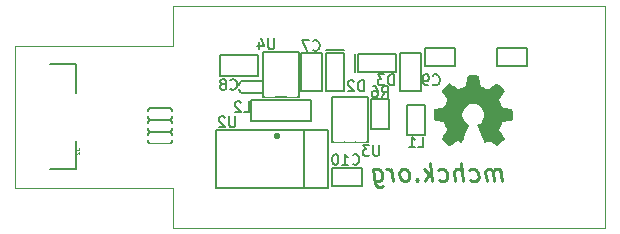
<source format=gbo>
G04 (created by PCBNEW-RS274X (2012-03-22 BZR 3475)-stable) date Wed 29 Aug 2012 11:50:49 PM CEST*
G01*
G70*
G90*
%MOIN*%
G04 Gerber Fmt 3.4, Leading zero omitted, Abs format*
%FSLAX34Y34*%
G04 APERTURE LIST*
%ADD10C,0.006000*%
%ADD11C,0.009800*%
%ADD12C,0.003900*%
%ADD13C,0.005900*%
%ADD14C,0.011800*%
%ADD15C,0.000100*%
%ADD16C,0.003500*%
%ADD17R,0.086500X0.023500*%
%ADD18R,0.082600X0.090500*%
%ADD19R,0.070800X0.090500*%
%ADD20R,0.082600X0.082600*%
%ADD21C,0.081800*%
%ADD22R,0.032800X0.032800*%
%ADD23R,0.023500X0.032800*%
%ADD24R,0.070800X0.031800*%
%ADD25R,0.066100X0.030800*%
%ADD26R,0.047200X0.052800*%
%ADD27R,0.052800X0.032800*%
%ADD28R,0.062800X0.042800*%
%ADD29R,0.032800X0.052800*%
%ADD30R,0.052800X0.047200*%
%ADD31R,0.037800X0.037800*%
%ADD32R,0.042800X0.062800*%
%ADD33R,0.052800X0.062800*%
%ADD34R,0.052800X0.043200*%
%ADD35R,0.033400X0.047200*%
G04 APERTURE END LIST*
G54D10*
G54D11*
X26255Y-22139D02*
X26206Y-21745D01*
X26213Y-21801D02*
X26181Y-21773D01*
X26122Y-21745D01*
X26037Y-21745D01*
X25984Y-21773D01*
X25963Y-21829D01*
X26002Y-22139D01*
X25963Y-21829D02*
X25928Y-21773D01*
X25869Y-21745D01*
X25784Y-21745D01*
X25731Y-21773D01*
X25710Y-21829D01*
X25749Y-22139D01*
X25210Y-22111D02*
X25270Y-22139D01*
X25383Y-22139D01*
X25435Y-22111D01*
X25460Y-22082D01*
X25481Y-22026D01*
X25460Y-21857D01*
X25425Y-21801D01*
X25393Y-21773D01*
X25334Y-21745D01*
X25221Y-21745D01*
X25168Y-21773D01*
X24960Y-22139D02*
X24886Y-21548D01*
X24707Y-22139D02*
X24668Y-21829D01*
X24689Y-21773D01*
X24742Y-21745D01*
X24827Y-21745D01*
X24886Y-21773D01*
X24918Y-21801D01*
X24168Y-22111D02*
X24228Y-22139D01*
X24341Y-22139D01*
X24393Y-22111D01*
X24418Y-22082D01*
X24439Y-22026D01*
X24418Y-21857D01*
X24383Y-21801D01*
X24351Y-21773D01*
X24292Y-21745D01*
X24179Y-21745D01*
X24126Y-21773D01*
X23918Y-22139D02*
X23844Y-21548D01*
X23834Y-21914D02*
X23693Y-22139D01*
X23644Y-21745D02*
X23897Y-21970D01*
X23433Y-22082D02*
X23408Y-22111D01*
X23440Y-22139D01*
X23464Y-22111D01*
X23433Y-22082D01*
X23440Y-22139D01*
X23075Y-22139D02*
X23127Y-22111D01*
X23152Y-22082D01*
X23173Y-22026D01*
X23152Y-21857D01*
X23117Y-21801D01*
X23085Y-21773D01*
X23026Y-21745D01*
X22941Y-21745D01*
X22888Y-21773D01*
X22864Y-21801D01*
X22843Y-21857D01*
X22864Y-22026D01*
X22899Y-22082D01*
X22930Y-22111D01*
X22990Y-22139D01*
X23075Y-22139D01*
X22624Y-22139D02*
X22575Y-21745D01*
X22589Y-21857D02*
X22554Y-21801D01*
X22522Y-21773D01*
X22463Y-21745D01*
X22406Y-21745D01*
X21956Y-21745D02*
X22016Y-22223D01*
X22051Y-22279D01*
X22082Y-22308D01*
X22143Y-22336D01*
X22227Y-22336D01*
X22279Y-22308D01*
X22001Y-22111D02*
X22061Y-22139D01*
X22174Y-22139D01*
X22226Y-22111D01*
X22251Y-22082D01*
X22272Y-22026D01*
X22251Y-21857D01*
X22216Y-21801D01*
X22184Y-21773D01*
X22125Y-21745D01*
X22012Y-21745D01*
X21959Y-21773D01*
G54D12*
X15300Y-17630D02*
X15300Y-16300D01*
X15300Y-22374D02*
X15300Y-23700D01*
X29700Y-23700D02*
X15300Y-23700D01*
X29700Y-16300D02*
X29700Y-23700D01*
X15300Y-16300D02*
X29700Y-16300D01*
X10039Y-17630D02*
X15300Y-17630D01*
X10039Y-22374D02*
X15300Y-22374D01*
X10039Y-17630D02*
X10039Y-22374D01*
G54D13*
X12047Y-20807D02*
X12047Y-21752D01*
X12047Y-21752D02*
X11201Y-21752D01*
X12047Y-19193D02*
X12047Y-18248D01*
X12047Y-18248D02*
X11201Y-18248D01*
X15174Y-19697D02*
X14546Y-19697D01*
X14546Y-20083D02*
X15174Y-20083D01*
X15173Y-20082D02*
X15182Y-20080D01*
X15190Y-20077D01*
X15198Y-20073D01*
X15205Y-20069D01*
X15213Y-20065D01*
X15219Y-20059D01*
X15226Y-20053D01*
X15231Y-20047D01*
X15237Y-20040D01*
X15241Y-20032D01*
X15245Y-20025D01*
X15248Y-20017D01*
X15251Y-20008D01*
X15252Y-20000D01*
X15253Y-19991D01*
X15253Y-19984D01*
X15253Y-19975D01*
X15252Y-19967D01*
X14468Y-19966D02*
X14466Y-19974D01*
X14466Y-19983D01*
X14466Y-19991D01*
X14467Y-19999D01*
X14468Y-20008D01*
X14471Y-20016D01*
X14474Y-20024D01*
X14478Y-20032D01*
X14482Y-20040D01*
X14487Y-20047D01*
X14493Y-20053D01*
X14499Y-20059D01*
X14506Y-20065D01*
X14513Y-20070D01*
X14521Y-20074D01*
X14529Y-20078D01*
X14537Y-20080D01*
X14546Y-20082D01*
X14547Y-19698D02*
X14538Y-19700D01*
X14530Y-19703D01*
X14522Y-19707D01*
X14515Y-19711D01*
X14507Y-19715D01*
X14501Y-19721D01*
X14494Y-19727D01*
X14489Y-19733D01*
X14483Y-19740D01*
X14479Y-19748D01*
X14475Y-19755D01*
X14472Y-19763D01*
X14469Y-19772D01*
X14468Y-19780D01*
X14467Y-19789D01*
X14467Y-19796D01*
X14467Y-19805D01*
X14468Y-19813D01*
X15252Y-19814D02*
X15254Y-19806D01*
X15254Y-19797D01*
X15254Y-19789D01*
X15253Y-19781D01*
X15252Y-19772D01*
X15249Y-19764D01*
X15246Y-19756D01*
X15242Y-19748D01*
X15238Y-19740D01*
X15233Y-19733D01*
X15227Y-19727D01*
X15221Y-19721D01*
X15214Y-19715D01*
X15207Y-19710D01*
X15199Y-19706D01*
X15191Y-19702D01*
X15183Y-19700D01*
X15174Y-19698D01*
X15174Y-20497D02*
X14546Y-20497D01*
X14546Y-20883D02*
X15174Y-20883D01*
X15173Y-20882D02*
X15182Y-20880D01*
X15190Y-20877D01*
X15198Y-20873D01*
X15205Y-20869D01*
X15213Y-20865D01*
X15219Y-20859D01*
X15226Y-20853D01*
X15231Y-20847D01*
X15237Y-20840D01*
X15241Y-20832D01*
X15245Y-20825D01*
X15248Y-20817D01*
X15251Y-20808D01*
X15252Y-20800D01*
X15253Y-20791D01*
X15253Y-20784D01*
X15253Y-20775D01*
X15252Y-20767D01*
X14468Y-20766D02*
X14466Y-20774D01*
X14466Y-20783D01*
X14466Y-20791D01*
X14467Y-20799D01*
X14468Y-20808D01*
X14471Y-20816D01*
X14474Y-20824D01*
X14478Y-20832D01*
X14482Y-20840D01*
X14487Y-20847D01*
X14493Y-20853D01*
X14499Y-20859D01*
X14506Y-20865D01*
X14513Y-20870D01*
X14521Y-20874D01*
X14529Y-20878D01*
X14537Y-20880D01*
X14546Y-20882D01*
X14547Y-20498D02*
X14538Y-20500D01*
X14530Y-20503D01*
X14522Y-20507D01*
X14515Y-20511D01*
X14507Y-20515D01*
X14501Y-20521D01*
X14494Y-20527D01*
X14489Y-20533D01*
X14483Y-20540D01*
X14479Y-20548D01*
X14475Y-20555D01*
X14472Y-20563D01*
X14469Y-20572D01*
X14468Y-20580D01*
X14467Y-20589D01*
X14467Y-20596D01*
X14467Y-20605D01*
X14468Y-20613D01*
X15252Y-20614D02*
X15254Y-20606D01*
X15254Y-20597D01*
X15254Y-20589D01*
X15253Y-20581D01*
X15252Y-20572D01*
X15249Y-20564D01*
X15246Y-20556D01*
X15242Y-20548D01*
X15238Y-20540D01*
X15233Y-20533D01*
X15227Y-20527D01*
X15221Y-20521D01*
X15214Y-20515D01*
X15207Y-20510D01*
X15199Y-20506D01*
X15191Y-20502D01*
X15183Y-20500D01*
X15174Y-20498D01*
X19657Y-20435D02*
X20444Y-20435D01*
X20444Y-20435D02*
X20444Y-22365D01*
X20444Y-22365D02*
X19657Y-22365D01*
X16743Y-20435D02*
X16743Y-22365D01*
X16743Y-22365D02*
X19657Y-22365D01*
X19657Y-22365D02*
X19657Y-20435D01*
X19657Y-20435D02*
X16743Y-20435D01*
G54D14*
X18797Y-20641D02*
X18796Y-20648D01*
X18794Y-20655D01*
X18790Y-20662D01*
X18785Y-20668D01*
X18779Y-20673D01*
X18773Y-20676D01*
X18765Y-20679D01*
X18758Y-20679D01*
X18751Y-20679D01*
X18744Y-20677D01*
X18737Y-20673D01*
X18731Y-20668D01*
X18726Y-20663D01*
X18723Y-20656D01*
X18720Y-20649D01*
X18720Y-20641D01*
X18720Y-20634D01*
X18722Y-20627D01*
X18726Y-20620D01*
X18730Y-20614D01*
X18736Y-20609D01*
X18743Y-20606D01*
X18750Y-20603D01*
X18758Y-20603D01*
X18764Y-20603D01*
X18772Y-20605D01*
X18778Y-20609D01*
X18784Y-20613D01*
X18789Y-20619D01*
X18793Y-20626D01*
X18796Y-20633D01*
X18796Y-20640D01*
X18797Y-20641D01*
G54D13*
X21375Y-18500D02*
X21375Y-17900D01*
X21475Y-18500D02*
X22725Y-18500D01*
X22725Y-18500D02*
X22725Y-17900D01*
X22725Y-17900D02*
X21475Y-17900D01*
X21475Y-17900D02*
X21475Y-18500D01*
X21900Y-19400D02*
X21900Y-20400D01*
X21900Y-20400D02*
X22500Y-20400D01*
X22500Y-20400D02*
X22500Y-19400D01*
X22500Y-19400D02*
X21900Y-19400D01*
X22850Y-17875D02*
X22850Y-19125D01*
X22850Y-19125D02*
X23550Y-19125D01*
X23550Y-19125D02*
X23550Y-17875D01*
X23550Y-17875D02*
X22850Y-17875D01*
X20600Y-22300D02*
X21600Y-22300D01*
X21600Y-22300D02*
X21600Y-21700D01*
X21600Y-21700D02*
X20600Y-21700D01*
X20600Y-21700D02*
X20600Y-22300D01*
X20400Y-17775D02*
X21000Y-17775D01*
X20400Y-17875D02*
X20400Y-19125D01*
X20400Y-19125D02*
X21000Y-19125D01*
X21000Y-19125D02*
X21000Y-17875D01*
X21000Y-17875D02*
X20400Y-17875D01*
X15174Y-20097D02*
X14546Y-20097D01*
X14546Y-20483D02*
X15174Y-20483D01*
X15173Y-20482D02*
X15182Y-20480D01*
X15190Y-20477D01*
X15198Y-20473D01*
X15205Y-20469D01*
X15213Y-20465D01*
X15219Y-20459D01*
X15226Y-20453D01*
X15231Y-20447D01*
X15237Y-20440D01*
X15241Y-20432D01*
X15245Y-20425D01*
X15248Y-20417D01*
X15251Y-20408D01*
X15252Y-20400D01*
X15253Y-20391D01*
X15253Y-20384D01*
X15253Y-20375D01*
X15252Y-20367D01*
X14468Y-20366D02*
X14466Y-20374D01*
X14466Y-20383D01*
X14466Y-20391D01*
X14467Y-20399D01*
X14468Y-20408D01*
X14471Y-20416D01*
X14474Y-20424D01*
X14478Y-20432D01*
X14482Y-20440D01*
X14487Y-20447D01*
X14493Y-20453D01*
X14499Y-20459D01*
X14506Y-20465D01*
X14513Y-20470D01*
X14521Y-20474D01*
X14529Y-20478D01*
X14537Y-20480D01*
X14546Y-20482D01*
X14547Y-20098D02*
X14538Y-20100D01*
X14530Y-20103D01*
X14522Y-20107D01*
X14515Y-20111D01*
X14507Y-20115D01*
X14501Y-20121D01*
X14494Y-20127D01*
X14489Y-20133D01*
X14483Y-20140D01*
X14479Y-20148D01*
X14475Y-20155D01*
X14472Y-20163D01*
X14469Y-20172D01*
X14468Y-20180D01*
X14467Y-20189D01*
X14467Y-20196D01*
X14467Y-20205D01*
X14468Y-20213D01*
X15252Y-20214D02*
X15254Y-20206D01*
X15254Y-20197D01*
X15254Y-20189D01*
X15253Y-20181D01*
X15252Y-20172D01*
X15249Y-20164D01*
X15246Y-20156D01*
X15242Y-20148D01*
X15238Y-20140D01*
X15233Y-20133D01*
X15227Y-20127D01*
X15221Y-20121D01*
X15214Y-20115D01*
X15207Y-20110D01*
X15199Y-20106D01*
X15191Y-20102D01*
X15183Y-20100D01*
X15174Y-20098D01*
X19550Y-17875D02*
X19550Y-19125D01*
X19550Y-19125D02*
X20250Y-19125D01*
X20250Y-19125D02*
X20250Y-17875D01*
X20250Y-17875D02*
X19550Y-17875D01*
X16875Y-18650D02*
X18125Y-18650D01*
X18125Y-18650D02*
X18125Y-17950D01*
X18125Y-17950D02*
X16875Y-17950D01*
X16875Y-17950D02*
X16875Y-18650D01*
X17586Y-19193D02*
X18214Y-19193D01*
X18214Y-18807D02*
X17586Y-18807D01*
X17587Y-18808D02*
X17578Y-18810D01*
X17570Y-18813D01*
X17562Y-18817D01*
X17555Y-18821D01*
X17547Y-18825D01*
X17541Y-18831D01*
X17534Y-18837D01*
X17529Y-18843D01*
X17523Y-18850D01*
X17519Y-18858D01*
X17515Y-18865D01*
X17512Y-18873D01*
X17509Y-18882D01*
X17508Y-18890D01*
X17507Y-18899D01*
X17507Y-18906D01*
X17507Y-18915D01*
X17508Y-18923D01*
X18292Y-18924D02*
X18294Y-18916D01*
X18294Y-18907D01*
X18294Y-18899D01*
X18293Y-18891D01*
X18292Y-18882D01*
X18289Y-18874D01*
X18286Y-18866D01*
X18282Y-18858D01*
X18278Y-18850D01*
X18273Y-18843D01*
X18267Y-18837D01*
X18261Y-18831D01*
X18254Y-18825D01*
X18247Y-18820D01*
X18239Y-18816D01*
X18231Y-18812D01*
X18223Y-18810D01*
X18214Y-18808D01*
X18213Y-19192D02*
X18222Y-19190D01*
X18230Y-19187D01*
X18238Y-19183D01*
X18245Y-19179D01*
X18253Y-19175D01*
X18259Y-19169D01*
X18266Y-19163D01*
X18271Y-19157D01*
X18277Y-19150D01*
X18281Y-19142D01*
X18285Y-19135D01*
X18288Y-19127D01*
X18291Y-19118D01*
X18292Y-19110D01*
X18293Y-19101D01*
X18293Y-19094D01*
X18293Y-19085D01*
X18292Y-19077D01*
X17508Y-19076D02*
X17506Y-19084D01*
X17506Y-19093D01*
X17506Y-19101D01*
X17507Y-19109D01*
X17508Y-19118D01*
X17511Y-19126D01*
X17514Y-19134D01*
X17518Y-19142D01*
X17522Y-19150D01*
X17527Y-19157D01*
X17533Y-19163D01*
X17539Y-19169D01*
X17546Y-19175D01*
X17553Y-19180D01*
X17561Y-19184D01*
X17569Y-19188D01*
X17577Y-19190D01*
X17586Y-19192D01*
X19900Y-19450D02*
X17900Y-19450D01*
X17900Y-19450D02*
X17900Y-20150D01*
X17900Y-20150D02*
X19900Y-20150D01*
X19900Y-20150D02*
X19900Y-19450D01*
X23700Y-20600D02*
X23700Y-19600D01*
X23700Y-19600D02*
X23100Y-19600D01*
X23100Y-19600D02*
X23100Y-20600D01*
X23100Y-20600D02*
X23700Y-20600D01*
G54D15*
G36*
X24503Y-20981D02*
X24517Y-20973D01*
X24548Y-20954D01*
X24592Y-20925D01*
X24644Y-20891D01*
X24696Y-20855D01*
X24739Y-20827D01*
X24769Y-20807D01*
X24781Y-20800D01*
X24788Y-20803D01*
X24813Y-20815D01*
X24848Y-20833D01*
X24869Y-20844D01*
X24902Y-20858D01*
X24919Y-20861D01*
X24921Y-20857D01*
X24933Y-20832D01*
X24952Y-20789D01*
X24977Y-20732D01*
X25006Y-20665D01*
X25036Y-20593D01*
X25067Y-20520D01*
X25096Y-20450D01*
X25121Y-20387D01*
X25142Y-20335D01*
X25156Y-20300D01*
X25161Y-20285D01*
X25159Y-20281D01*
X25143Y-20265D01*
X25114Y-20244D01*
X25052Y-20193D01*
X24990Y-20117D01*
X24953Y-20030D01*
X24940Y-19933D01*
X24951Y-19843D01*
X24986Y-19757D01*
X25046Y-19680D01*
X25119Y-19622D01*
X25204Y-19586D01*
X25300Y-19574D01*
X25391Y-19584D01*
X25479Y-19619D01*
X25557Y-19678D01*
X25590Y-19716D01*
X25635Y-19794D01*
X25660Y-19878D01*
X25663Y-19900D01*
X25659Y-19992D01*
X25632Y-20080D01*
X25583Y-20159D01*
X25516Y-20224D01*
X25507Y-20230D01*
X25476Y-20254D01*
X25455Y-20270D01*
X25438Y-20283D01*
X25556Y-20566D01*
X25575Y-20611D01*
X25607Y-20689D01*
X25635Y-20755D01*
X25658Y-20808D01*
X25674Y-20844D01*
X25681Y-20858D01*
X25681Y-20859D01*
X25692Y-20861D01*
X25713Y-20853D01*
X25753Y-20834D01*
X25779Y-20820D01*
X25809Y-20806D01*
X25823Y-20800D01*
X25834Y-20807D01*
X25863Y-20825D01*
X25905Y-20853D01*
X25956Y-20888D01*
X26004Y-20921D01*
X26048Y-20950D01*
X26080Y-20971D01*
X26096Y-20979D01*
X26098Y-20979D01*
X26112Y-20971D01*
X26138Y-20950D01*
X26176Y-20914D01*
X26231Y-20860D01*
X26239Y-20851D01*
X26284Y-20806D01*
X26320Y-20768D01*
X26345Y-20740D01*
X26354Y-20728D01*
X26354Y-20728D01*
X26346Y-20713D01*
X26325Y-20680D01*
X26296Y-20635D01*
X26260Y-20583D01*
X26166Y-20447D01*
X26218Y-20318D01*
X26234Y-20279D01*
X26254Y-20231D01*
X26269Y-20197D01*
X26276Y-20182D01*
X26290Y-20177D01*
X26325Y-20169D01*
X26376Y-20158D01*
X26437Y-20147D01*
X26495Y-20136D01*
X26547Y-20126D01*
X26585Y-20119D01*
X26602Y-20116D01*
X26606Y-20113D01*
X26610Y-20105D01*
X26612Y-20087D01*
X26613Y-20055D01*
X26614Y-20005D01*
X26614Y-19933D01*
X26614Y-19925D01*
X26613Y-19856D01*
X26612Y-19801D01*
X26610Y-19765D01*
X26608Y-19751D01*
X26608Y-19751D01*
X26591Y-19747D01*
X26554Y-19739D01*
X26502Y-19729D01*
X26440Y-19717D01*
X26436Y-19716D01*
X26374Y-19704D01*
X26321Y-19693D01*
X26285Y-19685D01*
X26270Y-19680D01*
X26266Y-19676D01*
X26254Y-19651D01*
X26236Y-19613D01*
X26215Y-19566D01*
X26195Y-19517D01*
X26178Y-19473D01*
X26166Y-19440D01*
X26162Y-19425D01*
X26162Y-19425D01*
X26172Y-19410D01*
X26193Y-19378D01*
X26223Y-19333D01*
X26260Y-19280D01*
X26262Y-19276D01*
X26298Y-19224D01*
X26327Y-19179D01*
X26346Y-19147D01*
X26354Y-19133D01*
X26353Y-19132D01*
X26342Y-19117D01*
X26315Y-19087D01*
X26277Y-19047D01*
X26231Y-19000D01*
X26216Y-18986D01*
X26165Y-18936D01*
X26129Y-18903D01*
X26107Y-18886D01*
X26097Y-18882D01*
X26096Y-18882D01*
X26080Y-18892D01*
X26047Y-18914D01*
X26002Y-18944D01*
X25949Y-18980D01*
X25945Y-18983D01*
X25893Y-19019D01*
X25849Y-19048D01*
X25818Y-19069D01*
X25804Y-19077D01*
X25802Y-19077D01*
X25780Y-19071D01*
X25743Y-19058D01*
X25697Y-19040D01*
X25648Y-19020D01*
X25604Y-19002D01*
X25571Y-18987D01*
X25556Y-18978D01*
X25555Y-18977D01*
X25550Y-18958D01*
X25541Y-18919D01*
X25529Y-18865D01*
X25517Y-18800D01*
X25515Y-18790D01*
X25503Y-18727D01*
X25493Y-18676D01*
X25486Y-18640D01*
X25482Y-18625D01*
X25473Y-18623D01*
X25443Y-18621D01*
X25396Y-18620D01*
X25340Y-18619D01*
X25280Y-18619D01*
X25222Y-18621D01*
X25173Y-18622D01*
X25137Y-18625D01*
X25122Y-18628D01*
X25122Y-18629D01*
X25116Y-18648D01*
X25108Y-18687D01*
X25097Y-18742D01*
X25084Y-18806D01*
X25082Y-18818D01*
X25070Y-18880D01*
X25060Y-18931D01*
X25052Y-18967D01*
X25048Y-18981D01*
X25043Y-18984D01*
X25017Y-18995D01*
X24975Y-19012D01*
X24923Y-19033D01*
X24803Y-19082D01*
X24655Y-18981D01*
X24642Y-18972D01*
X24589Y-18935D01*
X24545Y-18906D01*
X24515Y-18887D01*
X24502Y-18880D01*
X24501Y-18880D01*
X24486Y-18893D01*
X24457Y-18920D01*
X24417Y-18959D01*
X24371Y-19006D01*
X24336Y-19040D01*
X24296Y-19081D01*
X24270Y-19109D01*
X24256Y-19127D01*
X24251Y-19138D01*
X24252Y-19145D01*
X24262Y-19160D01*
X24283Y-19193D01*
X24314Y-19237D01*
X24350Y-19290D01*
X24379Y-19333D01*
X24411Y-19383D01*
X24432Y-19418D01*
X24439Y-19435D01*
X24437Y-19443D01*
X24427Y-19471D01*
X24410Y-19515D01*
X24387Y-19567D01*
X24336Y-19684D01*
X24260Y-19699D01*
X24213Y-19707D01*
X24148Y-19720D01*
X24086Y-19732D01*
X23989Y-19751D01*
X23986Y-20107D01*
X24001Y-20113D01*
X24015Y-20117D01*
X24051Y-20125D01*
X24102Y-20135D01*
X24163Y-20146D01*
X24214Y-20156D01*
X24266Y-20166D01*
X24304Y-20173D01*
X24320Y-20177D01*
X24324Y-20182D01*
X24337Y-20207D01*
X24356Y-20247D01*
X24376Y-20295D01*
X24397Y-20345D01*
X24415Y-20391D01*
X24428Y-20426D01*
X24433Y-20445D01*
X24426Y-20458D01*
X24406Y-20489D01*
X24378Y-20532D01*
X24342Y-20584D01*
X24307Y-20635D01*
X24277Y-20680D01*
X24257Y-20711D01*
X24248Y-20726D01*
X24252Y-20736D01*
X24273Y-20761D01*
X24312Y-20801D01*
X24370Y-20858D01*
X24379Y-20867D01*
X24425Y-20912D01*
X24464Y-20948D01*
X24491Y-20972D01*
X24503Y-20981D01*
X24503Y-20981D01*
G37*
G54D13*
X26100Y-18300D02*
X27100Y-18300D01*
X27100Y-18300D02*
X27100Y-17700D01*
X27100Y-17700D02*
X26100Y-17700D01*
X26100Y-17700D02*
X26100Y-18300D01*
X23700Y-18300D02*
X24700Y-18300D01*
X24700Y-18300D02*
X24700Y-17700D01*
X24700Y-17700D02*
X23700Y-17700D01*
X23700Y-17700D02*
X23700Y-18300D01*
X19500Y-19350D02*
X19500Y-17850D01*
X19500Y-17850D02*
X18300Y-17850D01*
X18300Y-17850D02*
X18300Y-19350D01*
X18300Y-19350D02*
X19500Y-19350D01*
X20600Y-19350D02*
X20600Y-20850D01*
X20600Y-20850D02*
X21800Y-20850D01*
X21800Y-20850D02*
X21800Y-19350D01*
X21800Y-19350D02*
X20600Y-19350D01*
G54D16*
X12021Y-21101D02*
X12128Y-21101D01*
X12149Y-21093D01*
X12164Y-21079D01*
X12171Y-21058D01*
X12171Y-21043D01*
X12035Y-21165D02*
X12028Y-21172D01*
X12021Y-21186D01*
X12021Y-21222D01*
X12028Y-21236D01*
X12035Y-21243D01*
X12049Y-21250D01*
X12064Y-21250D01*
X12085Y-21243D01*
X12171Y-21157D01*
X12171Y-21250D01*
G54D13*
X17370Y-19989D02*
X17370Y-20276D01*
X17353Y-20310D01*
X17336Y-20326D01*
X17302Y-20343D01*
X17235Y-20343D01*
X17201Y-20326D01*
X17184Y-20310D01*
X17167Y-20276D01*
X17167Y-19989D01*
X17016Y-20023D02*
X16999Y-20006D01*
X16965Y-19989D01*
X16881Y-19989D01*
X16847Y-20006D01*
X16830Y-20023D01*
X16813Y-20057D01*
X16813Y-20090D01*
X16830Y-20141D01*
X17032Y-20343D01*
X16813Y-20343D01*
X22661Y-18943D02*
X22661Y-18589D01*
X22576Y-18589D01*
X22526Y-18606D01*
X22492Y-18640D01*
X22475Y-18674D01*
X22458Y-18741D01*
X22458Y-18792D01*
X22475Y-18859D01*
X22492Y-18893D01*
X22526Y-18926D01*
X22576Y-18943D01*
X22661Y-18943D01*
X22340Y-18589D02*
X22121Y-18589D01*
X22239Y-18724D01*
X22189Y-18724D01*
X22155Y-18741D01*
X22138Y-18758D01*
X22121Y-18792D01*
X22121Y-18876D01*
X22138Y-18910D01*
X22155Y-18926D01*
X22189Y-18943D01*
X22290Y-18943D01*
X22324Y-18926D01*
X22340Y-18910D01*
X22258Y-19343D02*
X22376Y-19175D01*
X22461Y-19343D02*
X22461Y-18989D01*
X22326Y-18989D01*
X22292Y-19006D01*
X22275Y-19023D01*
X22258Y-19057D01*
X22258Y-19107D01*
X22275Y-19141D01*
X22292Y-19158D01*
X22326Y-19175D01*
X22461Y-19175D01*
X21955Y-18989D02*
X22022Y-18989D01*
X22056Y-19006D01*
X22073Y-19023D01*
X22107Y-19074D01*
X22124Y-19141D01*
X22124Y-19276D01*
X22107Y-19310D01*
X22090Y-19326D01*
X22056Y-19343D01*
X21989Y-19343D01*
X21955Y-19326D01*
X21938Y-19310D01*
X21921Y-19276D01*
X21921Y-19192D01*
X21938Y-19158D01*
X21955Y-19141D01*
X21989Y-19124D01*
X22056Y-19124D01*
X22090Y-19141D01*
X22107Y-19158D01*
X22124Y-19192D01*
X23958Y-18910D02*
X23975Y-18926D01*
X24026Y-18943D01*
X24060Y-18943D01*
X24110Y-18926D01*
X24144Y-18893D01*
X24161Y-18859D01*
X24178Y-18792D01*
X24178Y-18741D01*
X24161Y-18674D01*
X24144Y-18640D01*
X24110Y-18606D01*
X24060Y-18589D01*
X24026Y-18589D01*
X23975Y-18606D01*
X23958Y-18623D01*
X23790Y-18943D02*
X23722Y-18943D01*
X23689Y-18926D01*
X23672Y-18910D01*
X23638Y-18859D01*
X23621Y-18792D01*
X23621Y-18657D01*
X23638Y-18623D01*
X23655Y-18606D01*
X23689Y-18589D01*
X23756Y-18589D01*
X23790Y-18606D01*
X23807Y-18623D01*
X23824Y-18657D01*
X23824Y-18741D01*
X23807Y-18775D01*
X23790Y-18792D01*
X23756Y-18808D01*
X23689Y-18808D01*
X23655Y-18792D01*
X23638Y-18775D01*
X23621Y-18741D01*
X21277Y-21560D02*
X21294Y-21576D01*
X21345Y-21593D01*
X21379Y-21593D01*
X21429Y-21576D01*
X21463Y-21543D01*
X21480Y-21509D01*
X21497Y-21442D01*
X21497Y-21391D01*
X21480Y-21324D01*
X21463Y-21290D01*
X21429Y-21256D01*
X21379Y-21239D01*
X21345Y-21239D01*
X21294Y-21256D01*
X21277Y-21273D01*
X20940Y-21593D02*
X21143Y-21593D01*
X21041Y-21593D02*
X21041Y-21239D01*
X21075Y-21290D01*
X21109Y-21324D01*
X21143Y-21340D01*
X20721Y-21239D02*
X20688Y-21239D01*
X20654Y-21256D01*
X20637Y-21273D01*
X20620Y-21307D01*
X20603Y-21374D01*
X20603Y-21458D01*
X20620Y-21526D01*
X20637Y-21560D01*
X20654Y-21576D01*
X20688Y-21593D01*
X20721Y-21593D01*
X20755Y-21576D01*
X20772Y-21560D01*
X20789Y-21526D01*
X20806Y-21458D01*
X20806Y-21374D01*
X20789Y-21307D01*
X20772Y-21273D01*
X20755Y-21256D01*
X20721Y-21239D01*
X21661Y-19143D02*
X21661Y-18789D01*
X21576Y-18789D01*
X21526Y-18806D01*
X21492Y-18840D01*
X21475Y-18874D01*
X21458Y-18941D01*
X21458Y-18992D01*
X21475Y-19059D01*
X21492Y-19093D01*
X21526Y-19126D01*
X21576Y-19143D01*
X21661Y-19143D01*
X21324Y-18823D02*
X21307Y-18806D01*
X21273Y-18789D01*
X21189Y-18789D01*
X21155Y-18806D01*
X21138Y-18823D01*
X21121Y-18857D01*
X21121Y-18890D01*
X21138Y-18941D01*
X21340Y-19143D01*
X21121Y-19143D01*
X19958Y-17760D02*
X19975Y-17776D01*
X20026Y-17793D01*
X20060Y-17793D01*
X20110Y-17776D01*
X20144Y-17743D01*
X20161Y-17709D01*
X20178Y-17642D01*
X20178Y-17591D01*
X20161Y-17524D01*
X20144Y-17490D01*
X20110Y-17456D01*
X20060Y-17439D01*
X20026Y-17439D01*
X19975Y-17456D01*
X19958Y-17473D01*
X19840Y-17439D02*
X19604Y-17439D01*
X19756Y-17793D01*
X17208Y-19060D02*
X17225Y-19076D01*
X17276Y-19093D01*
X17310Y-19093D01*
X17360Y-19076D01*
X17394Y-19043D01*
X17411Y-19009D01*
X17428Y-18942D01*
X17428Y-18891D01*
X17411Y-18824D01*
X17394Y-18790D01*
X17360Y-18756D01*
X17310Y-18739D01*
X17276Y-18739D01*
X17225Y-18756D01*
X17208Y-18773D01*
X17006Y-18891D02*
X17040Y-18874D01*
X17057Y-18857D01*
X17074Y-18824D01*
X17074Y-18807D01*
X17057Y-18773D01*
X17040Y-18756D01*
X17006Y-18739D01*
X16939Y-18739D01*
X16905Y-18756D01*
X16888Y-18773D01*
X16871Y-18807D01*
X16871Y-18824D01*
X16888Y-18857D01*
X16905Y-18874D01*
X16939Y-18891D01*
X17006Y-18891D01*
X17040Y-18908D01*
X17057Y-18925D01*
X17074Y-18958D01*
X17074Y-19026D01*
X17057Y-19060D01*
X17040Y-19076D01*
X17006Y-19093D01*
X16939Y-19093D01*
X16905Y-19076D01*
X16888Y-19060D01*
X16871Y-19026D01*
X16871Y-18958D01*
X16888Y-18925D01*
X16905Y-18908D01*
X16939Y-18891D01*
X17659Y-19843D02*
X17828Y-19843D01*
X17828Y-19489D01*
X17558Y-19523D02*
X17541Y-19506D01*
X17507Y-19489D01*
X17423Y-19489D01*
X17389Y-19506D01*
X17372Y-19523D01*
X17355Y-19557D01*
X17355Y-19590D01*
X17372Y-19641D01*
X17574Y-19843D01*
X17355Y-19843D01*
X23459Y-21018D02*
X23628Y-21018D01*
X23628Y-20664D01*
X23155Y-21018D02*
X23358Y-21018D01*
X23256Y-21018D02*
X23256Y-20664D01*
X23290Y-20715D01*
X23324Y-20749D01*
X23358Y-20765D01*
X18670Y-17389D02*
X18670Y-17676D01*
X18653Y-17710D01*
X18636Y-17726D01*
X18602Y-17743D01*
X18535Y-17743D01*
X18501Y-17726D01*
X18484Y-17710D01*
X18467Y-17676D01*
X18467Y-17389D01*
X18147Y-17507D02*
X18147Y-17743D01*
X18231Y-17372D02*
X18316Y-17625D01*
X18096Y-17625D01*
X22170Y-20939D02*
X22170Y-21226D01*
X22153Y-21260D01*
X22136Y-21276D01*
X22102Y-21293D01*
X22035Y-21293D01*
X22001Y-21276D01*
X21984Y-21260D01*
X21967Y-21226D01*
X21967Y-20939D01*
X21832Y-20939D02*
X21613Y-20939D01*
X21731Y-21074D01*
X21681Y-21074D01*
X21647Y-21091D01*
X21630Y-21108D01*
X21613Y-21142D01*
X21613Y-21226D01*
X21630Y-21260D01*
X21647Y-21276D01*
X21681Y-21293D01*
X21782Y-21293D01*
X21816Y-21276D01*
X21832Y-21260D01*
%LPC*%
G54D17*
X11771Y-20000D03*
X11771Y-20255D03*
X11771Y-19489D03*
G54D18*
X10610Y-21516D03*
X10610Y-18484D03*
G54D17*
X11771Y-19745D03*
X11771Y-20511D03*
G54D19*
X11614Y-21220D03*
X11614Y-18780D03*
G54D20*
X10610Y-20472D03*
X10610Y-19528D03*
G54D21*
X28050Y-18000D03*
X27950Y-19000D03*
X28050Y-20000D03*
X27950Y-21000D03*
X28050Y-22000D03*
X29050Y-18000D03*
X28950Y-19000D03*
X29050Y-20000D03*
X28950Y-21000D03*
X29050Y-22000D03*
X16000Y-16950D03*
X17000Y-17050D03*
X18000Y-16950D03*
X19000Y-17050D03*
X20000Y-16950D03*
X21000Y-17050D03*
X22000Y-16950D03*
X23000Y-17050D03*
X24000Y-16950D03*
X25000Y-17050D03*
X26000Y-16950D03*
X27000Y-17050D03*
X28000Y-16950D03*
X29000Y-17050D03*
X16000Y-23050D03*
X17000Y-22950D03*
X18000Y-23050D03*
X19000Y-22950D03*
X20000Y-23050D03*
X21000Y-22950D03*
X22000Y-23050D03*
X23000Y-22950D03*
X24000Y-23050D03*
X25000Y-22950D03*
X26000Y-23050D03*
X27000Y-22950D03*
X28000Y-23050D03*
X29000Y-22950D03*
G54D22*
X14683Y-19890D03*
X15037Y-19890D03*
G54D23*
X14860Y-19890D03*
G54D22*
X14683Y-20690D03*
X15037Y-20690D03*
G54D23*
X14860Y-20690D03*
G54D24*
X19263Y-20650D03*
X19263Y-21150D03*
X19263Y-21650D03*
X19263Y-22150D03*
X17137Y-22150D03*
X17137Y-21650D03*
X17137Y-21150D03*
X17137Y-20650D03*
G54D25*
X20074Y-20650D03*
X20074Y-21150D03*
X20074Y-21650D03*
X20074Y-22150D03*
G54D26*
X21746Y-18200D03*
X22454Y-18200D03*
X22100Y-18200D03*
G54D27*
X22200Y-19600D03*
X22200Y-20200D03*
G54D28*
X23200Y-18125D03*
X23200Y-18875D03*
G54D29*
X20800Y-22000D03*
X21400Y-22000D03*
G54D30*
X20700Y-18146D03*
X20700Y-18854D03*
X20700Y-18500D03*
G54D22*
X14683Y-20290D03*
X15037Y-20290D03*
G54D23*
X14860Y-20290D03*
G54D31*
X25800Y-17900D03*
G54D21*
X15950Y-22000D03*
X16050Y-21000D03*
X15950Y-20000D03*
X16015Y-18960D03*
X15985Y-18040D03*
G54D31*
X25000Y-17900D03*
G54D28*
X19900Y-18125D03*
X19900Y-18875D03*
G54D32*
X17125Y-18300D03*
X17875Y-18300D03*
G54D31*
X22110Y-20670D03*
G54D22*
X18077Y-19000D03*
X17723Y-19000D03*
G54D23*
X17900Y-19000D03*
G54D32*
X19650Y-19800D03*
X18900Y-19800D03*
X18150Y-19800D03*
G54D33*
X19275Y-19800D03*
X18525Y-19800D03*
G54D27*
X23400Y-20400D03*
X23400Y-19800D03*
G54D34*
X23400Y-20100D03*
G54D29*
X26300Y-18000D03*
X26900Y-18000D03*
X23900Y-18000D03*
X24500Y-18000D03*
G54D35*
X18525Y-18100D03*
X19275Y-18100D03*
X18525Y-19100D03*
X18900Y-18100D03*
X19275Y-19100D03*
X21575Y-20600D03*
X20825Y-20600D03*
X21575Y-19600D03*
X21200Y-20600D03*
X20825Y-19600D03*
M02*

</source>
